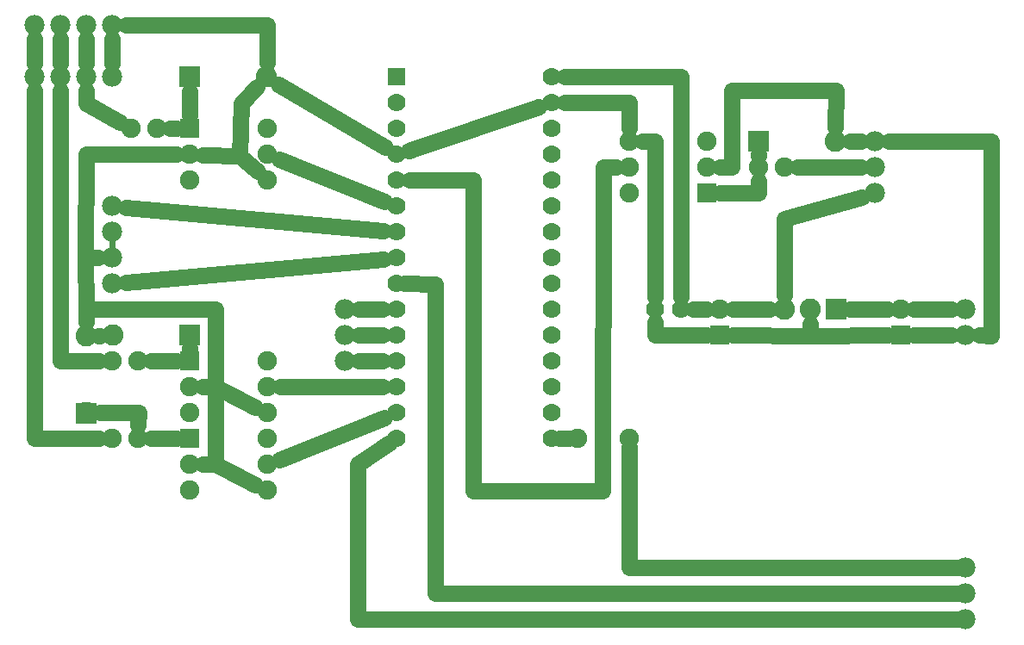
<source format=gbl>
G04 MADE WITH FRITZING*
G04 WWW.FRITZING.ORG*
G04 DOUBLE SIDED*
G04 HOLES PLATED*
G04 CONTOUR ON CENTER OF CONTOUR VECTOR*
%ASAXBY*%
%FSLAX23Y23*%
%MOIN*%
%OFA0B0*%
%SFA1.0B1.0*%
%ADD10C,0.078000*%
%ADD11C,0.082000*%
%ADD12C,0.070000*%
%ADD13C,0.075000*%
%ADD14R,0.082000X0.082000*%
%ADD15R,0.069972X0.070000*%
%ADD16R,0.075000X0.075000*%
%ADD17C,0.064000*%
%ADD18C,0.024000*%
%LNCOPPER0*%
G90*
G70*
G54D10*
X3724Y297D03*
X3724Y197D03*
X3724Y97D03*
G54D11*
X3224Y1297D03*
X3124Y1297D03*
X3024Y1297D03*
G54D12*
X1524Y2197D03*
X1524Y2097D03*
X1524Y1997D03*
X1524Y1897D03*
X1524Y1797D03*
X1524Y1697D03*
X1524Y1597D03*
X1524Y1497D03*
X1524Y1397D03*
X1524Y1297D03*
X1524Y1197D03*
X1524Y1097D03*
X1524Y997D03*
X1524Y897D03*
X1524Y797D03*
X2124Y2197D03*
X2124Y2097D03*
X2124Y1997D03*
X2124Y1897D03*
X2124Y1797D03*
X2124Y1697D03*
X2124Y1597D03*
X2124Y1497D03*
X2124Y1397D03*
X2124Y1297D03*
X2124Y1197D03*
X2124Y1097D03*
X2124Y997D03*
X2124Y897D03*
X2124Y797D03*
G54D10*
X1324Y1297D03*
X1324Y1197D03*
X1324Y1097D03*
X424Y2397D03*
X324Y2397D03*
X224Y2397D03*
X124Y2397D03*
X424Y2197D03*
X324Y2197D03*
X224Y2197D03*
X124Y2197D03*
X3724Y1197D03*
X3724Y1297D03*
X3374Y1947D03*
X3374Y1847D03*
X3374Y1747D03*
G54D13*
X3474Y1197D03*
X3474Y1297D03*
X2774Y1197D03*
X2774Y1297D03*
G54D12*
X2524Y1297D03*
X2624Y1297D03*
G54D13*
X724Y1097D03*
X1024Y1097D03*
X724Y997D03*
X1024Y997D03*
X724Y897D03*
X1024Y897D03*
X724Y1997D03*
X1024Y1997D03*
X724Y1897D03*
X1024Y1897D03*
X724Y1797D03*
X1024Y1797D03*
X724Y797D03*
X1024Y797D03*
X724Y697D03*
X1024Y697D03*
X724Y597D03*
X1024Y597D03*
X2724Y1747D03*
X2424Y1747D03*
X2724Y1847D03*
X2424Y1847D03*
X2724Y1947D03*
X2424Y1947D03*
X424Y1097D03*
X524Y1097D03*
X499Y1997D03*
X599Y1997D03*
X424Y797D03*
X524Y797D03*
X3024Y1847D03*
X2924Y1847D03*
G54D11*
X724Y1197D03*
X426Y1197D03*
X724Y2197D03*
X1022Y2197D03*
X324Y897D03*
X324Y1195D03*
X2924Y1947D03*
X3222Y1947D03*
G54D10*
X424Y1497D03*
X424Y1397D03*
X424Y1597D03*
X424Y1697D03*
G54D13*
X2224Y797D03*
X2424Y797D03*
G54D14*
X3224Y1297D03*
G54D15*
X1524Y2197D03*
G54D16*
X3474Y1197D03*
X2774Y1197D03*
X724Y1097D03*
X724Y1997D03*
X724Y797D03*
X2724Y1747D03*
G54D14*
X725Y1197D03*
X723Y2197D03*
X324Y896D03*
X2923Y1947D03*
G54D17*
X124Y2250D02*
X124Y2345D01*
D02*
X224Y2250D02*
X224Y2345D01*
D02*
X324Y2250D02*
X324Y2345D01*
D02*
X424Y2250D02*
X424Y2345D01*
D02*
X3524Y1297D02*
X3671Y1297D01*
D02*
X3278Y1297D02*
X3423Y1297D01*
D02*
X3524Y1197D02*
X3671Y1197D01*
D02*
X3123Y1196D02*
X3423Y1197D01*
D02*
X1025Y2399D02*
X476Y2397D01*
D02*
X1023Y2252D02*
X1025Y2399D01*
D02*
X2824Y1297D02*
X2969Y1297D01*
D02*
X3123Y1196D02*
X3123Y1243D01*
D02*
X3123Y1196D02*
X2824Y1197D01*
D02*
X3024Y1648D02*
X3024Y1352D01*
D02*
X3323Y1733D02*
X3024Y1648D01*
D02*
X2624Y2197D02*
X2624Y1346D01*
D02*
X2723Y1297D02*
X2672Y1297D01*
D02*
X2524Y1198D02*
X2524Y1249D01*
D02*
X2723Y1197D02*
X2524Y1198D01*
D02*
X2175Y2197D02*
X2624Y2197D01*
D02*
X2525Y1947D02*
X2524Y1346D01*
D02*
X2474Y1947D02*
X2525Y1947D01*
D02*
X2425Y2099D02*
X2424Y1998D01*
D02*
X2175Y2097D02*
X2425Y2099D01*
D02*
X2323Y1847D02*
X2373Y1847D01*
D02*
X2321Y596D02*
X2323Y1847D01*
D02*
X1822Y596D02*
X2321Y596D01*
D02*
X1822Y1799D02*
X1822Y596D01*
D02*
X1575Y1798D02*
X1822Y1799D01*
D02*
X1473Y1602D02*
X476Y1693D01*
D02*
X1473Y1493D02*
X476Y1402D01*
D02*
X1376Y1297D02*
X1472Y1297D01*
D02*
X1472Y1197D02*
X1376Y1197D01*
D02*
X1472Y1097D02*
X1376Y1097D01*
G54D18*
D02*
X424Y1567D02*
X424Y1527D01*
G54D17*
D02*
X2075Y2081D02*
X1572Y1913D01*
D02*
X3824Y1196D02*
X3776Y1197D01*
D02*
X3824Y1947D02*
X3824Y1196D01*
D02*
X3426Y1947D02*
X3824Y1947D01*
D02*
X2923Y1748D02*
X2774Y1747D01*
D02*
X2923Y1796D02*
X2923Y1748D01*
D02*
X2924Y1898D02*
X2924Y1893D01*
D02*
X3321Y1947D02*
X3276Y1947D01*
D02*
X673Y1997D02*
X649Y1997D01*
D02*
X724Y2048D02*
X724Y2143D01*
D02*
X1071Y1878D02*
X1476Y1716D01*
D02*
X673Y1097D02*
X574Y1097D01*
D02*
X724Y1148D02*
X724Y1143D01*
D02*
X526Y897D02*
X525Y848D01*
D02*
X378Y897D02*
X526Y897D01*
D02*
X574Y797D02*
X673Y797D01*
D02*
X325Y2096D02*
X454Y2022D01*
D02*
X324Y2145D02*
X325Y2096D01*
D02*
X225Y1097D02*
X373Y1097D01*
D02*
X224Y2145D02*
X225Y1097D01*
D02*
X1074Y997D02*
X1472Y997D01*
D02*
X1071Y716D02*
X1476Y878D01*
D02*
X125Y797D02*
X373Y797D01*
D02*
X124Y2145D02*
X125Y797D01*
D02*
X371Y1196D02*
X378Y1196D01*
D02*
X917Y1893D02*
X986Y1831D01*
D02*
X1480Y1924D02*
X1068Y2169D01*
D02*
X923Y2096D02*
X984Y2158D01*
D02*
X917Y1893D02*
X923Y2096D01*
D02*
X324Y1297D02*
X324Y1250D01*
D02*
X321Y1502D02*
X324Y1297D01*
D02*
X371Y1500D02*
X321Y1502D01*
D02*
X325Y1899D02*
X673Y1897D01*
D02*
X321Y1502D02*
X325Y1899D01*
D02*
X917Y1893D02*
X774Y1896D01*
D02*
X825Y999D02*
X774Y998D01*
D02*
X825Y1297D02*
X825Y999D01*
D02*
X324Y1297D02*
X825Y1297D01*
D02*
X825Y999D02*
X978Y920D01*
D02*
X825Y697D02*
X774Y697D01*
D02*
X825Y999D02*
X825Y697D01*
D02*
X825Y697D02*
X978Y620D01*
D02*
X3223Y2146D02*
X2822Y2146D01*
D02*
X2822Y2146D02*
X2822Y1848D01*
D02*
X2822Y1848D02*
X2774Y1848D01*
D02*
X3222Y2002D02*
X3223Y2146D01*
D02*
X3074Y1847D02*
X3321Y1847D01*
D02*
X1373Y99D02*
X1373Y699D01*
D02*
X1373Y699D02*
X1499Y781D01*
D02*
X3694Y97D02*
X1373Y99D01*
D02*
X1674Y1396D02*
X1553Y1397D01*
D02*
X1674Y199D02*
X1674Y1396D01*
D02*
X3694Y197D02*
X1674Y199D01*
D02*
X2191Y797D02*
X2153Y797D01*
D02*
X3694Y297D02*
X2425Y299D01*
D02*
X2425Y299D02*
X2424Y765D01*
G04 End of Copper0*
M02*
</source>
